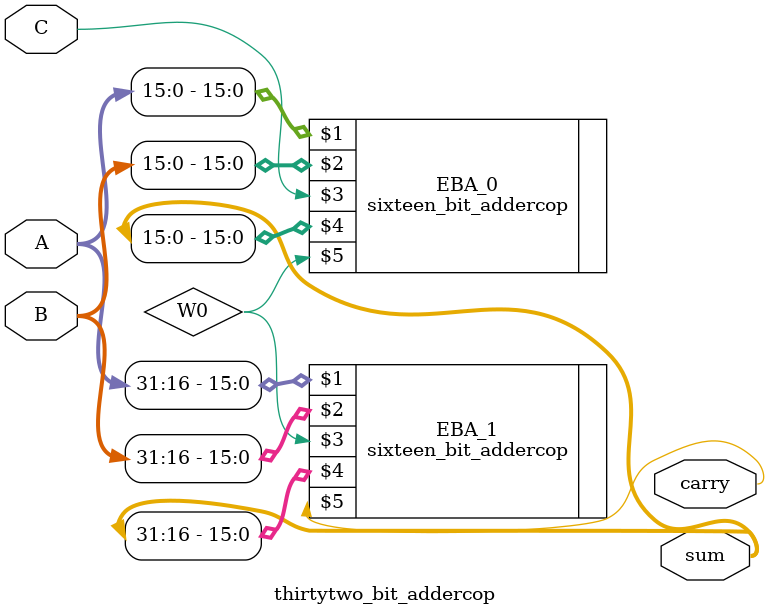
<source format=v>
`include "sixteen_bit_addercop.v"
module thirtytwo_bit_addercop(A, B, C, sum, carry);
	input[31:0] A, B;	
	input C;
	output[31:0] sum;
	output carry;
	wire W0;
	sixteen_bit_addercop EBA_0(A[15:0], B[15:0], C, sum[15:0], W0);
	sixteen_bit_addercop EBA_1(A[31:16], B[31:16], W0, sum[31:16], carry);
endmodule

</source>
